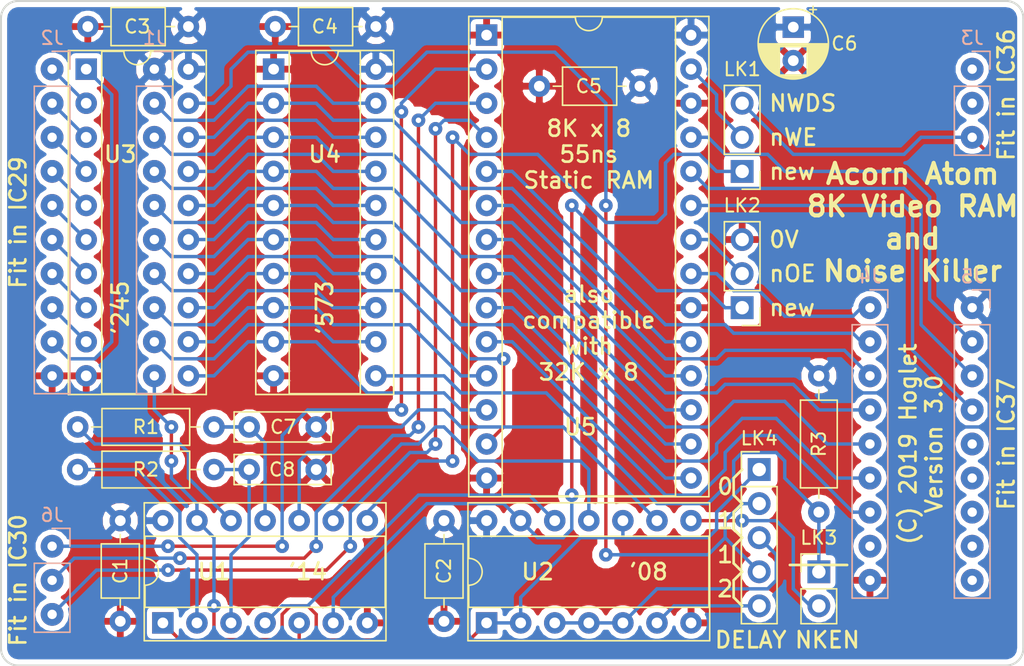
<source format=kicad_pcb>
(kicad_pcb (version 20171130) (host pcbnew 5.0.2-bee76a0~70~ubuntu16.04.1)
  (layers (0 F.Cu signal) (31 B.Cu signal) (34 B.Paste user) (35 F.Paste user) (36 B.SilkS user) (37 F.SilkS user) (38 B.Mask user) (39 F.Mask user) (44 Edge.Cuts user))
  (net 0 "")
  (net 1 GND)
  (net 2 VCC)
  (net 3 /LOAD)
  (net 4 /A12)
  (net 5 /A7)
  (net 6 /A6)
  (net 7 /A5)
  (net 8 /A4)
  (net 9 /A3)
  (net 10 /A2)
  (net 11 /A1)
  (net 12 /A0)
  (net 13 /RD0)
  (net 14 /RD1)
  (net 15 /RD2)
  (net 16 /RD3)
  (net 17 /RD4)
  (net 18 /RD5)
  (net 19 /RD6)
  (net 20 /RD7)
  (net 21 /A10)
  (net 22 /A11)
  (net 23 /A9)
  (net 24 /A8)
  (net 25 /NWE)
  (net 26 /VD7)
  (net 27 /VD6)
  (net 28 /VD5)
  (net 29 /VD4)
  (net 30 /VD3)
  (net 31 /VD2)
  (net 32 /VD1)
  (net 33 /VD0)
  (net 34 /NVDG)
  (net 35 /PD7)
  (net 36 /PD6)
  (net 37 /PD5)
  (net 38 /PD4)
  (net 39 /PD3)
  (net 40 /PD2)
  (net 41 /PD1)
  (net 42 /PD0)
  (net 43 /NDRS)
  (net 44 "Net-(U1-Pad4)")
  (net 45 "Net-(J3-Pad2)")
  (net 46 "Net-(J5-Pad5)")
  (net 47 "Net-(J5-Pad6)")
  (net 48 "Net-(J5-Pad7)")
  (net 49 "Net-(J5-Pad8)")
  (net 50 "Net-(J4-Pad8)")
  (net 51 "Net-(C7-Pad1)")
  (net 52 "Net-(J5-Pad9)")
  (net 53 "Net-(J3-Pad1)")
  (net 54 "Net-(C8-Pad1)")
  (net 55 "Net-(R1-Pad1)")
  (net 56 /RAMNWE)
  (net 57 /RAMNOE)
  (net 58 "Net-(U1-Pad10)")
  (net 59 "Net-(R2-Pad1)")
  (net 60 "Net-(LK1-Pad1)")
  (net 61 "Net-(LK2-Pad1)")
  (net 62 "Net-(LK3-Pad2)")
  (net 63 "Net-(U1-Pad9)")
  (net 64 "Net-(LK4-Pad2)")
  (net 65 "Net-(LK4-Pad3)")
  (net 66 "Net-(LK4-Pad5)")
  (module Connector_PinHeader_2.54mm:PinHeader_1x05_P2.54mm_Vertical (layer F.Cu) (at 205.74 140.335)
    (fp_text reference LK4 (at 0 -2.33) (layer F.SilkS))
    (fp_text value Conn_01x05)
    (pad 1 thru_hole rect (at 0 0) (size 1.7 1.7) (drill 1) (layers *.Cu *.Mask) (net 34 /NVDG))
    (pad 2 thru_hole oval (at 0 2.54) (size 1.7 1.7) (drill 1) (layers *.Cu *.Mask) (net 64 "Net-(LK4-Pad2)"))
    (pad 3 thru_hole oval (at 0 5.08) (size 1.7 1.7) (drill 1) (layers *.Cu *.Mask) (net 65 "Net-(LK4-Pad3)"))
    (pad 4 thru_hole oval (at 0 7.62) (size 1.7 1.7) (drill 1) (layers *.Cu *.Mask) (net 64 "Net-(LK4-Pad2)"))
    (pad 5 thru_hole oval (at 0 10.16) (size 1.7 1.7) (drill 1) (layers *.Cu *.Mask) (net 66 "Net-(LK4-Pad5)"))
  )
  (module Package_DIP:DIP-14_W7.62mm_Socket (layer F.Cu) (at 185.42 151.765 90)
    (fp_text reference U2 (at 3.81 3.81 180) (layer F.SilkS) (effects (font (size 1.2 1.2) (thickness 0.2))))
    (fp_text value 74HCT08)
    (pad 14 thru_hole oval (at 7.62 0 90) (size 1.6 1.6) (drill 0.8) (layers *.Cu *.Mask) (net 2 VCC))
    (pad 7 thru_hole oval (at 0 15.24 90) (size 1.6 1.6) (drill 0.8) (layers *.Cu *.Mask) (net 1 GND))
    (pad 13 thru_hole oval (at 7.62 2.54 90) (size 1.6 1.6) (drill 0.8) (layers *.Cu *.Mask) (net 61 "Net-(LK2-Pad1)"))
    (pad 6 thru_hole oval (at 0 12.7 90) (size 1.6 1.6) (drill 0.8) (layers *.Cu *.Mask) (net 66 "Net-(LK4-Pad5)"))
    (pad 12 thru_hole oval (at 7.62 5.08 90) (size 1.6 1.6) (drill 0.8) (layers *.Cu *.Mask) (net 44 "Net-(U1-Pad4)"))
    (pad 5 thru_hole oval (at 0 10.16 90) (size 1.6 1.6) (drill 0.8) (layers *.Cu *.Mask) (net 65 "Net-(LK4-Pad3)"))
    (pad 11 thru_hole oval (at 7.62 7.62 90) (size 1.6 1.6) (drill 0.8) (layers *.Cu *.Mask) (net 63 "Net-(U1-Pad9)"))
    (pad 4 thru_hole oval (at 0 7.62 90) (size 1.6 1.6) (drill 0.8) (layers *.Cu *.Mask) (net 65 "Net-(LK4-Pad3)"))
    (pad 10 thru_hole oval (at 7.62 10.16 90) (size 1.6 1.6) (drill 0.8) (layers *.Cu *.Mask) (net 34 /NVDG))
    (pad 3 thru_hole oval (at 0 5.08 90) (size 1.6 1.6) (drill 0.8) (layers *.Cu *.Mask) (net 65 "Net-(LK4-Pad3)"))
    (pad 9 thru_hole oval (at 7.62 12.7 90) (size 1.6 1.6) (drill 0.8) (layers *.Cu *.Mask) (net 58 "Net-(U1-Pad10)"))
    (pad 2 thru_hole oval (at 0 2.54 90) (size 1.6 1.6) (drill 0.8) (layers *.Cu *.Mask) (net 34 /NVDG))
    (pad 8 thru_hole oval (at 7.62 15.24 90) (size 1.6 1.6) (drill 0.8) (layers *.Cu *.Mask) (net 62 "Net-(LK3-Pad2)"))
    (pad 1 thru_hole rect (at 0 0 90) (size 1.6 1.6) (drill 0.8) (layers *.Cu *.Mask) (net 34 /NVDG))
  )
  (module Connector_PinHeader_2.54mm:PinHeader_1x02_P2.54mm_Vertical (layer F.Cu) (at 210.185 147.955)
    (fp_text reference LK3 (at 0 -2.54) (layer F.SilkS))
    (fp_text value Conn_01x02)
    (pad 1 thru_hole rect (at 0 0) (size 1.7 1.7) (drill 1) (layers *.Cu *.Mask) (net 3 /LOAD))
    (pad 2 thru_hole oval (at 0 2.54) (size 1.7 1.7) (drill 1) (layers *.Cu *.Mask) (net 62 "Net-(LK3-Pad2)"))
  )
  (module Connector_PinHeader_2.54mm:PinHeader_1x03_P2.54mm_Vertical (layer F.Cu) (at 204.47 128.27 180)
    (fp_text reference LK2 (at 0 7.62 180) (layer F.SilkS))
    (fp_text value Conn_01x03)
    (pad 3 thru_hole oval (at 0 5.08 180) (size 1.7 1.7) (drill 1) (layers *.Cu *.Mask) (net 1 GND))
    (pad 2 thru_hole oval (at 0 2.54 180) (size 1.7 1.7) (drill 1) (layers *.Cu *.Mask) (net 57 /RAMNOE))
    (pad 1 thru_hole rect (at 0 0 180) (size 1.7 1.7) (drill 1) (layers *.Cu *.Mask) (net 61 "Net-(LK2-Pad1)"))
  )
  (module Connector_PinHeader_2.54mm:PinHeader_1x03_P2.54mm_Vertical (layer F.Cu) (at 204.47 118.11 180)
    (fp_text reference LK1 (at 0 7.62 180) (layer F.SilkS))
    (fp_text value Conn_01x03)
    (pad 1 thru_hole rect (at 0 0 180) (size 1.7 1.7) (drill 1) (layers *.Cu *.Mask) (net 60 "Net-(LK1-Pad1)"))
    (pad 2 thru_hole oval (at 0 2.54 180) (size 1.7 1.7) (drill 1) (layers *.Cu *.Mask) (net 56 /RAMNWE))
    (pad 3 thru_hole oval (at 0 5.08 180) (size 1.7 1.7) (drill 1) (layers *.Cu *.Mask) (net 25 /NWE))
  )
  (module Capacitor_THT:C_Axial_L3.8mm_D2.6mm_P7.50mm_Horizontal (layer F.Cu) (at 182.245 144.145 270)
    (fp_text reference C2 (at 3.75 0 270) (layer F.SilkS))
    (fp_text value 100n)
    (pad 2 thru_hole oval (at 7.5 0 270) (size 1.6 1.6) (drill 0.8) (layers *.Cu *.Mask) (net 1 GND))
    (pad 1 thru_hole circle (at 0 0 270) (size 1.6 1.6) (drill 0.8) (layers *.Cu *.Mask) (net 2 VCC))
  )
  (module Package_DIP:DIP-14_W7.62mm_Socket (layer F.Cu) (at 161.29 151.765 90)
    (fp_text reference U1 (at 3.81 3.81 180) (layer F.SilkS) (effects (font (size 1.2 1.2) (thickness 0.2))))
    (fp_text value 74HCT14)
    (pad 1 thru_hole rect (at 0 0 90) (size 1.6 1.6) (drill 0.8) (layers *.Cu *.Mask) (net 25 /NWE))
    (pad 8 thru_hole oval (at 7.62 15.24 90) (size 1.6 1.6) (drill 0.8) (layers *.Cu *.Mask) (net 60 "Net-(LK1-Pad1)"))
    (pad 2 thru_hole oval (at 0 2.54 90) (size 1.6 1.6) (drill 0.8) (layers *.Cu *.Mask) (net 59 "Net-(R2-Pad1)"))
    (pad 9 thru_hole oval (at 7.62 12.7 90) (size 1.6 1.6) (drill 0.8) (layers *.Cu *.Mask) (net 63 "Net-(U1-Pad9)"))
    (pad 3 thru_hole oval (at 0 5.08 90) (size 1.6 1.6) (drill 0.8) (layers *.Cu *.Mask) (net 54 "Net-(C8-Pad1)"))
    (pad 10 thru_hole oval (at 7.62 10.16 90) (size 1.6 1.6) (drill 0.8) (layers *.Cu *.Mask) (net 58 "Net-(U1-Pad10)"))
    (pad 4 thru_hole oval (at 0 7.62 90) (size 1.6 1.6) (drill 0.8) (layers *.Cu *.Mask) (net 44 "Net-(U1-Pad4)"))
    (pad 11 thru_hole oval (at 7.62 7.62 90) (size 1.6 1.6) (drill 0.8) (layers *.Cu *.Mask) (net 51 "Net-(C7-Pad1)"))
    (pad 5 thru_hole oval (at 0 10.16 90) (size 1.6 1.6) (drill 0.8) (layers *.Cu *.Mask) (net 25 /NWE))
    (pad 12 thru_hole oval (at 7.62 5.08 90) (size 1.6 1.6) (drill 0.8) (layers *.Cu *.Mask) (net 55 "Net-(R1-Pad1)"))
    (pad 6 thru_hole oval (at 0 12.7 90) (size 1.6 1.6) (drill 0.8) (layers *.Cu *.Mask) (net 61 "Net-(LK2-Pad1)"))
    (pad 13 thru_hole oval (at 7.62 2.54 90) (size 1.6 1.6) (drill 0.8) (layers *.Cu *.Mask) (net 34 /NVDG))
    (pad 7 thru_hole oval (at 0 15.24 90) (size 1.6 1.6) (drill 0.8) (layers *.Cu *.Mask) (net 1 GND))
    (pad 14 thru_hole oval (at 7.62 0 90) (size 1.6 1.6) (drill 0.8) (layers *.Cu *.Mask) (net 2 VCC))
  )
  (module Capacitor_THT:C_Rect_L7.0mm_W2.0mm_P5.00mm (layer F.Cu) (at 167.72 140.335)
    (fp_text reference C8 (at 2.46 0) (layer F.SilkS))
    (fp_text value 100p)
    (pad 1 thru_hole circle (at 0 0) (size 1.6 1.6) (drill 0.8) (layers *.Cu *.Mask) (net 54 "Net-(C8-Pad1)"))
    (pad 2 thru_hole circle (at 5 0) (size 1.6 1.6) (drill 0.8) (layers *.Cu *.Mask) (net 1 GND))
  )
  (module footprints:FinePinHeader_1x03_P2.54mm_Vertical (layer B.Cu) (at 221.615 110.49 180)
    (fp_text reference J3 (at 0 2.33 180) (layer B.SilkS) (effects (justify mirror)))
    (fp_text value Conn_01x03)
    (pad 3 thru_hole oval (at 0 -5.08 180) (size 1.7 1.7) (drill 0.7) (layers *.Cu *.Mask) (net 25 /NWE))
    (pad 2 thru_hole oval (at 0 -2.54 180) (size 1.7 1.7) (drill 0.7) (layers *.Cu *.Mask) (net 45 "Net-(J3-Pad2)"))
    (pad 1 thru_hole circle (at 0 0 180) (size 1.7 1.7) (drill 0.7) (layers *.Cu *.Mask) (net 53 "Net-(J3-Pad1)"))
  )
  (module Capacitor_THT:C_Axial_L3.8mm_D2.6mm_P7.50mm_Horizontal (layer F.Cu) (at 158.115 144.145 270)
    (fp_text reference C1 (at 3.75 0 270) (layer F.SilkS))
    (fp_text value 100n)
    (pad 2 thru_hole oval (at 7.5 0 270) (size 1.6 1.6) (drill 0.8) (layers *.Cu *.Mask) (net 1 GND))
    (pad 1 thru_hole circle (at 0 0 270) (size 1.6 1.6) (drill 0.8) (layers *.Cu *.Mask) (net 2 VCC))
  )
  (module Capacitor_THT:C_Axial_L3.8mm_D2.6mm_P7.50mm_Horizontal (layer F.Cu) (at 163.195 107.315 180)
    (fp_text reference C3 (at 3.81 0 180) (layer F.SilkS))
    (fp_text value 100n)
    (pad 2 thru_hole oval (at 7.5 0 180) (size 1.6 1.6) (drill 0.8) (layers *.Cu *.Mask) (net 1 GND))
    (pad 1 thru_hole circle (at 0 0 180) (size 1.6 1.6) (drill 0.8) (layers *.Cu *.Mask) (net 2 VCC))
  )
  (module Capacitor_THT:C_Axial_L3.8mm_D2.6mm_P7.50mm_Horizontal (layer F.Cu) (at 177.165 107.315 180)
    (fp_text reference C4 (at 3.81 0 180) (layer F.SilkS))
    (fp_text value 100n)
    (pad 2 thru_hole oval (at 7.5 0 180) (size 1.6 1.6) (drill 0.8) (layers *.Cu *.Mask) (net 1 GND))
    (pad 1 thru_hole circle (at 0 0 180) (size 1.6 1.6) (drill 0.8) (layers *.Cu *.Mask) (net 2 VCC))
  )
  (module Capacitor_THT:C_Axial_L3.8mm_D2.6mm_P7.50mm_Horizontal (layer F.Cu) (at 196.85 111.76 180)
    (fp_text reference C5 (at 3.81 0 180) (layer F.SilkS))
    (fp_text value 100n)
    (pad 2 thru_hole oval (at 7.5 0 180) (size 1.6 1.6) (drill 0.8) (layers *.Cu *.Mask) (net 1 GND))
    (pad 1 thru_hole circle (at 0 0 180) (size 1.6 1.6) (drill 0.8) (layers *.Cu *.Mask) (net 2 VCC))
  )
  (module Package_DIP:DIP-28_W15.24mm_Socket (layer F.Cu) (at 185.42 107.95)
    (fp_text reference U5 (at 6.985 29.21) (layer F.SilkS) (effects (font (size 1.2 1.2) (thickness 0.2))))
    (fp_text value "8Kx8 SRAM")
    (pad 28 thru_hole oval (at 15.24 0) (size 1.6 1.6) (drill 0.8) (layers *.Cu *.Mask) (net 2 VCC))
    (pad 14 thru_hole oval (at 0 33.02) (size 1.6 1.6) (drill 0.8) (layers *.Cu *.Mask) (net 1 GND))
    (pad 27 thru_hole oval (at 15.24 2.54) (size 1.6 1.6) (drill 0.8) (layers *.Cu *.Mask) (net 56 /RAMNWE))
    (pad 13 thru_hole oval (at 0 30.48) (size 1.6 1.6) (drill 0.8) (layers *.Cu *.Mask) (net 18 /RD5))
    (pad 26 thru_hole oval (at 15.24 5.08) (size 1.6 1.6) (drill 0.8) (layers *.Cu *.Mask) (net 1 GND))
    (pad 12 thru_hole oval (at 0 27.94) (size 1.6 1.6) (drill 0.8) (layers *.Cu *.Mask) (net 20 /RD7))
    (pad 25 thru_hole oval (at 15.24 7.62) (size 1.6 1.6) (drill 0.8) (layers *.Cu *.Mask) (net 5 /A7))
    (pad 11 thru_hole oval (at 0 25.4) (size 1.6 1.6) (drill 0.8) (layers *.Cu *.Mask) (net 19 /RD6))
    (pad 24 thru_hole oval (at 15.24 10.16) (size 1.6 1.6) (drill 0.8) (layers *.Cu *.Mask) (net 24 /A8))
    (pad 10 thru_hole oval (at 0 22.86) (size 1.6 1.6) (drill 0.8) (layers *.Cu *.Mask) (net 10 /A2))
    (pad 23 thru_hole oval (at 15.24 12.7) (size 1.6 1.6) (drill 0.8) (layers *.Cu *.Mask) (net 23 /A9))
    (pad 9 thru_hole oval (at 0 20.32) (size 1.6 1.6) (drill 0.8) (layers *.Cu *.Mask) (net 11 /A1))
    (pad 22 thru_hole oval (at 15.24 15.24) (size 1.6 1.6) (drill 0.8) (layers *.Cu *.Mask) (net 57 /RAMNOE))
    (pad 8 thru_hole oval (at 0 17.78) (size 1.6 1.6) (drill 0.8) (layers *.Cu *.Mask) (net 12 /A0))
    (pad 21 thru_hole oval (at 15.24 17.78) (size 1.6 1.6) (drill 0.8) (layers *.Cu *.Mask) (net 6 /A6))
    (pad 7 thru_hole oval (at 0 15.24) (size 1.6 1.6) (drill 0.8) (layers *.Cu *.Mask) (net 9 /A3))
    (pad 20 thru_hole oval (at 15.24 20.32) (size 1.6 1.6) (drill 0.8) (layers *.Cu *.Mask) (net 1 GND))
    (pad 6 thru_hole oval (at 0 12.7) (size 1.6 1.6) (drill 0.8) (layers *.Cu *.Mask) (net 8 /A4))
    (pad 19 thru_hole oval (at 15.24 22.86) (size 1.6 1.6) (drill 0.8) (layers *.Cu *.Mask) (net 13 /RD0))
    (pad 5 thru_hole oval (at 0 10.16) (size 1.6 1.6) (drill 0.8) (layers *.Cu *.Mask) (net 7 /A5))
    (pad 18 thru_hole oval (at 15.24 25.4) (size 1.6 1.6) (drill 0.8) (layers *.Cu *.Mask) (net 14 /RD1))
    (pad 4 thru_hole oval (at 0 7.62) (size 1.6 1.6) (drill 0.8) (layers *.Cu *.Mask) (net 4 /A12))
    (pad 17 thru_hole oval (at 15.24 27.94) (size 1.6 1.6) (drill 0.8) (layers *.Cu *.Mask) (net 15 /RD2))
    (pad 3 thru_hole oval (at 0 5.08) (size 1.6 1.6) (drill 0.8) (layers *.Cu *.Mask) (net 22 /A11))
    (pad 16 thru_hole oval (at 15.24 30.48) (size 1.6 1.6) (drill 0.8) (layers *.Cu *.Mask) (net 16 /RD3))
    (pad 2 thru_hole oval (at 0 2.54) (size 1.6 1.6) (drill 0.8) (layers *.Cu *.Mask) (net 21 /A10))
    (pad 15 thru_hole oval (at 15.24 33.02) (size 1.6 1.6) (drill 0.8) (layers *.Cu *.Mask) (net 17 /RD4))
    (pad 1 thru_hole rect (at 0 0) (size 1.6 1.6) (drill 0.8) (layers *.Cu *.Mask) (net 1 GND))
  )
  (module footprints:FinePinHeader_1x10_P2.54mm_Vertical (layer B.Cu) (at 160.655 110.49 180)
    (fp_text reference J1 (at 0 2.33 180) (layer B.SilkS) (effects (justify mirror)))
    (fp_text value Conn_01x10)
    (pad 10 thru_hole oval (at 0 -22.86 180) (size 1.7 1.7) (drill 0.7) (layers *.Cu *.Mask) (net 34 /NVDG))
    (pad 9 thru_hole oval (at 0 -20.32 180) (size 1.7 1.7) (drill 0.7) (layers *.Cu *.Mask) (net 26 /VD7))
    (pad 8 thru_hole oval (at 0 -17.78 180) (size 1.7 1.7) (drill 0.7) (layers *.Cu *.Mask) (net 27 /VD6))
    (pad 7 thru_hole oval (at 0 -15.24 180) (size 1.7 1.7) (drill 0.7) (layers *.Cu *.Mask) (net 28 /VD5))
    (pad 6 thru_hole oval (at 0 -12.7 180) (size 1.7 1.7) (drill 0.7) (layers *.Cu *.Mask) (net 29 /VD4))
    (pad 5 thru_hole oval (at 0 -10.16 180) (size 1.7 1.7) (drill 0.7) (layers *.Cu *.Mask) (net 30 /VD3))
    (pad 4 thru_hole oval (at 0 -7.62 180) (size 1.7 1.7) (drill 0.7) (layers *.Cu *.Mask) (net 31 /VD2))
    (pad 3 thru_hole oval (at 0 -5.08 180) (size 1.7 1.7) (drill 0.7) (layers *.Cu *.Mask) (net 32 /VD1))
    (pad 2 thru_hole oval (at 0 -2.54 180) (size 1.7 1.7) (drill 0.7) (layers *.Cu *.Mask) (net 33 /VD0))
    (pad 1 thru_hole circle (at 0 0 180) (size 1.7 1.7) (drill 0.7) (layers *.Cu *.Mask) (net 2 VCC))
  )
  (module footprints:FinePinHeader_1x03_P2.54mm_Vertical (layer B.Cu) (at 153.035 146.05 180)
    (fp_text reference J6 (at 0 2.33 180) (layer B.SilkS) (effects (justify mirror)))
    (fp_text value Conn_01x03)
    (pad 3 thru_hole oval (at 0 -5.08 180) (size 1.7 1.7) (drill 0.7) (layers *.Cu *.Mask) (net 4 /A12))
    (pad 2 thru_hole oval (at 0 -2.54 180) (size 1.7 1.7) (drill 0.7) (layers *.Cu *.Mask) (net 22 /A11))
    (pad 1 thru_hole circle (at 0 0 180) (size 1.7 1.7) (drill 0.7) (layers *.Cu *.Mask) (net 21 /A10))
  )
  (module footprints:FinePinHeader_1x09_P2.54mm_Vertical (layer B.Cu) (at 213.995 128.27 180)
    (fp_text reference J4 (at 0 2.33 180) (layer B.SilkS) (effects (justify mirror)))
    (fp_text value Conn_01x09)
    (pad 9 thru_hole oval (at 0 -20.32 180) (size 1.7 1.7) (drill 0.7) (layers *.Cu *.Mask) (net 1 GND))
    (pad 8 thru_hole oval (at 0 -17.78 180) (size 1.7 1.7) (drill 0.7) (layers *.Cu *.Mask) (net 50 "Net-(J4-Pad8)"))
    (pad 7 thru_hole oval (at 0 -15.24 180) (size 1.7 1.7) (drill 0.7) (layers *.Cu *.Mask) (net 10 /A2))
    (pad 6 thru_hole oval (at 0 -12.7 180) (size 1.7 1.7) (drill 0.7) (layers *.Cu *.Mask) (net 11 /A1))
    (pad 5 thru_hole oval (at 0 -10.16 180) (size 1.7 1.7) (drill 0.7) (layers *.Cu *.Mask) (net 12 /A0))
    (pad 4 thru_hole oval (at 0 -7.62 180) (size 1.7 1.7) (drill 0.7) (layers *.Cu *.Mask) (net 9 /A3))
    (pad 3 thru_hole oval (at 0 -5.08 180) (size 1.7 1.7) (drill 0.7) (layers *.Cu *.Mask) (net 8 /A4))
    (pad 2 thru_hole oval (at 0 -2.54 180) (size 1.7 1.7) (drill 0.7) (layers *.Cu *.Mask) (net 7 /A5))
    (pad 1 thru_hole circle (at 0 0 180) (size 1.7 1.7) (drill 0.7) (layers *.Cu *.Mask) (net 6 /A6))
  )
  (module footprints:FinePinHeader_1x09_P2.54mm_Vertical (layer B.Cu) (at 221.615 128.27 180)
    (fp_text reference J5 (at 0 2.33 180) (layer B.SilkS) (effects (justify mirror)))
    (fp_text value Conn_01x09)
    (pad 9 thru_hole oval (at 0 -20.32 180) (size 1.7 1.7) (drill 0.7) (layers *.Cu *.Mask) (net 52 "Net-(J5-Pad9)"))
    (pad 8 thru_hole oval (at 0 -17.78 180) (size 1.7 1.7) (drill 0.7) (layers *.Cu *.Mask) (net 49 "Net-(J5-Pad8)"))
    (pad 7 thru_hole oval (at 0 -15.24 180) (size 1.7 1.7) (drill 0.7) (layers *.Cu *.Mask) (net 48 "Net-(J5-Pad7)"))
    (pad 6 thru_hole oval (at 0 -12.7 180) (size 1.7 1.7) (drill 0.7) (layers *.Cu *.Mask) (net 47 "Net-(J5-Pad6)"))
    (pad 5 thru_hole oval (at 0 -10.16 180) (size 1.7 1.7) (drill 0.7) (layers *.Cu *.Mask) (net 46 "Net-(J5-Pad5)"))
    (pad 4 thru_hole oval (at 0 -7.62 180) (size 1.7 1.7) (drill 0.7) (layers *.Cu *.Mask) (net 23 /A9))
    (pad 3 thru_hole oval (at 0 -5.08 180) (size 1.7 1.7) (drill 0.7) (layers *.Cu *.Mask) (net 24 /A8))
    (pad 2 thru_hole oval (at 0 -2.54 180) (size 1.7 1.7) (drill 0.7) (layers *.Cu *.Mask) (net 5 /A7))
    (pad 1 thru_hole circle (at 0 0 180) (size 1.7 1.7) (drill 0.7) (layers *.Cu *.Mask) (net 2 VCC))
  )
  (module footprints:FinePinHeader_1x10_P2.54mm_Vertical (layer B.Cu) (at 153.035 110.49 180)
    (fp_text reference J2 (at 0 2.33 180) (layer B.SilkS) (effects (justify mirror)))
    (fp_text value Conn_01x10)
    (pad 10 thru_hole oval (at 0 -22.86 180) (size 1.7 1.7) (drill 0.7) (layers *.Cu *.Mask) (net 1 GND))
    (pad 9 thru_hole oval (at 0 -20.32 180) (size 1.7 1.7) (drill 0.7) (layers *.Cu *.Mask) (net 43 /NDRS))
    (pad 8 thru_hole oval (at 0 -17.78 180) (size 1.7 1.7) (drill 0.7) (layers *.Cu *.Mask) (net 35 /PD7))
    (pad 7 thru_hole oval (at 0 -15.24 180) (size 1.7 1.7) (drill 0.7) (layers *.Cu *.Mask) (net 36 /PD6))
    (pad 6 thru_hole oval (at 0 -12.7 180) (size 1.7 1.7) (drill 0.7) (layers *.Cu *.Mask) (net 37 /PD5))
    (pad 5 thru_hole oval (at 0 -10.16 180) (size 1.7 1.7) (drill 0.7) (layers *.Cu *.Mask) (net 38 /PD4))
    (pad 4 thru_hole oval (at 0 -7.62 180) (size 1.7 1.7) (drill 0.7) (layers *.Cu *.Mask) (net 39 /PD3))
    (pad 3 thru_hole oval (at 0 -5.08 180) (size 1.7 1.7) (drill 0.7) (layers *.Cu *.Mask) (net 40 /PD2))
    (pad 2 thru_hole oval (at 0 -2.54 180) (size 1.7 1.7) (drill 0.7) (layers *.Cu *.Mask) (net 41 /PD1))
    (pad 1 thru_hole circle (at 0 0 180) (size 1.7 1.7) (drill 0.7) (layers *.Cu *.Mask) (net 42 /PD0))
  )
  (module Capacitor_THT:CP_Radial_D5.0mm_P2.50mm (layer F.Cu) (at 208.28 107.355 270)
    (fp_text reference C6 (at 1.23 -3.81) (layer F.SilkS))
    (fp_text value 10u)
    (pad 2 thru_hole circle (at 2.5 0 270) (size 1.6 1.6) (drill 0.8) (layers *.Cu *.Mask) (net 1 GND))
    (pad 1 thru_hole rect (at 0 0 270) (size 1.6 1.6) (drill 0.8) (layers *.Cu *.Mask) (net 2 VCC))
  )
  (module Capacitor_THT:C_Rect_L7.0mm_W2.0mm_P5.00mm (layer F.Cu) (at 167.72 137.16)
    (fp_text reference C7 (at 2.54 0) (layer F.SilkS))
    (fp_text value 100p)
    (pad 2 thru_hole circle (at 5 0) (size 1.6 1.6) (drill 0.8) (layers *.Cu *.Mask) (net 1 GND))
    (pad 1 thru_hole circle (at 0 0) (size 1.6 1.6) (drill 0.8) (layers *.Cu *.Mask) (net 51 "Net-(C7-Pad1)"))
  )
  (module Package_DIP:DIP-20_W7.62mm_Socket (layer F.Cu) (at 155.575 110.49)
    (fp_text reference U3 (at 2.54 6.35) (layer F.SilkS) (effects (font (size 1.2 1.2) (thickness 0.2))))
    (fp_text value 74HCT245)
    (pad 20 thru_hole oval (at 7.62 0) (size 1.6 1.6) (drill 0.8) (layers *.Cu *.Mask) (net 2 VCC))
    (pad 10 thru_hole oval (at 0 22.86) (size 1.6 1.6) (drill 0.8) (layers *.Cu *.Mask) (net 1 GND))
    (pad 19 thru_hole oval (at 7.62 2.54) (size 1.6 1.6) (drill 0.8) (layers *.Cu *.Mask) (net 64 "Net-(LK4-Pad2)"))
    (pad 9 thru_hole oval (at 0 20.32) (size 1.6 1.6) (drill 0.8) (layers *.Cu *.Mask) (net 35 /PD7))
    (pad 18 thru_hole oval (at 7.62 5.08) (size 1.6 1.6) (drill 0.8) (layers *.Cu *.Mask) (net 13 /RD0))
    (pad 8 thru_hole oval (at 0 17.78) (size 1.6 1.6) (drill 0.8) (layers *.Cu *.Mask) (net 36 /PD6))
    (pad 17 thru_hole oval (at 7.62 7.62) (size 1.6 1.6) (drill 0.8) (layers *.Cu *.Mask) (net 14 /RD1))
    (pad 7 thru_hole oval (at 0 15.24) (size 1.6 1.6) (drill 0.8) (layers *.Cu *.Mask) (net 37 /PD5))
    (pad 16 thru_hole oval (at 7.62 10.16) (size 1.6 1.6) (drill 0.8) (layers *.Cu *.Mask) (net 15 /RD2))
    (pad 6 thru_hole oval (at 0 12.7) (size 1.6 1.6) (drill 0.8) (layers *.Cu *.Mask) (net 38 /PD4))
    (pad 15 thru_hole oval (at 7.62 12.7) (size 1.6 1.6) (drill 0.8) (layers *.Cu *.Mask) (net 16 /RD3))
    (pad 5 thru_hole oval (at 0 10.16) (size 1.6 1.6) (drill 0.8) (layers *.Cu *.Mask) (net 39 /PD3))
    (pad 14 thru_hole oval (at 7.62 15.24) (size 1.6 1.6) (drill 0.8) (layers *.Cu *.Mask) (net 17 /RD4))
    (pad 4 thru_hole oval (at 0 7.62) (size 1.6 1.6) (drill 0.8) (layers *.Cu *.Mask) (net 40 /PD2))
    (pad 13 thru_hole oval (at 7.62 17.78) (size 1.6 1.6) (drill 0.8) (layers *.Cu *.Mask) (net 18 /RD5))
    (pad 3 thru_hole oval (at 0 5.08) (size 1.6 1.6) (drill 0.8) (layers *.Cu *.Mask) (net 41 /PD1))
    (pad 12 thru_hole oval (at 7.62 20.32) (size 1.6 1.6) (drill 0.8) (layers *.Cu *.Mask) (net 19 /RD6))
    (pad 2 thru_hole oval (at 0 2.54) (size 1.6 1.6) (drill 0.8) (layers *.Cu *.Mask) (net 42 /PD0))
    (pad 11 thru_hole oval (at 7.62 22.86) (size 1.6 1.6) (drill 0.8) (layers *.Cu *.Mask) (net 20 /RD7))
    (pad 1 thru_hole rect (at 0 0) (size 1.6 1.6) (drill 0.8) (layers *.Cu *.Mask) (net 43 /NDRS))
  )
  (module Package_DIP:DIP-20_W7.62mm_Socket (layer F.Cu) (at 169.545 110.49)
    (fp_text reference U4 (at 3.81 6.35 180) (layer F.SilkS) (effects (font (size 1.2 1.2) (thickness 0.2))))
    (fp_text value 74HCT573)
    (pad 20 thru_hole oval (at 7.62 0) (size 1.6 1.6) (drill 0.8) (layers *.Cu *.Mask) (net 2 VCC))
    (pad 10 thru_hole oval (at 0 22.86) (size 1.6 1.6) (drill 0.8) (layers *.Cu *.Mask) (net 1 GND))
    (pad 19 thru_hole oval (at 7.62 2.54) (size 1.6 1.6) (drill 0.8) (layers *.Cu *.Mask) (net 33 /VD0))
    (pad 9 thru_hole oval (at 0 20.32) (size 1.6 1.6) (drill 0.8) (layers *.Cu *.Mask) (net 20 /RD7))
    (pad 18 thru_hole oval (at 7.62 5.08) (size 1.6 1.6) (drill 0.8) (layers *.Cu *.Mask) (net 32 /VD1))
    (pad 8 thru_hole oval (at 0 17.78) (size 1.6 1.6) (drill 0.8) (layers *.Cu *.Mask) (net 19 /RD6))
    (pad 17 thru_hole oval (at 7.62 7.62) (size 1.6 1.6) (drill 0.8) (layers *.Cu *.Mask) (net 31 /VD2))
    (pad 7 thru_hole oval (at 0 15.24) (size 1.6 1.6) (drill 0.8) (layers *.Cu *.Mask) (net 18 /RD5))
    (pad 16 thru_hole oval (at 7.62 10.16) (size 1.6 1.6) (drill 0.8) (layers *.Cu *.Mask) (net 30 /VD3))
    (pad 6 thru_hole oval (at 0 12.7) (size 1.6 1.6) (drill 0.8) (layers *.Cu *.Mask) (net 17 /RD4))
    (pad 15 thru_hole oval (at 7.62 12.7) (size 1.6 1.6) (drill 0.8) (layers *.Cu *.Mask) (net 29 /VD4))
    (pad 5 thru_hole oval (at 0 10.16) (size 1.6 1.6) (drill 0.8) (layers *.Cu *.Mask) (net 16 /RD3))
    (pad 14 thru_hole oval (at 7.62 15.24) (size 1.6 1.6) (drill 0.8) (layers *.Cu *.Mask) (net 28 /VD5))
    (pad 4 thru_hole oval (at 0 7.62) (size 1.6 1.6) (drill 0.8) (layers *.Cu *.Mask) (net 15 /RD2))
    (pad 13 thru_hole oval (at 7.62 17.78) (size 1.6 1.6) (drill 0.8) (layers *.Cu *.Mask) (net 27 /VD6))
    (pad 3 thru_hole oval (at 0 5.08) (size 1.6 1.6) (drill 0.8) (layers *.Cu *.Mask) (net 14 /RD1))
    (pad 12 thru_hole oval (at 7.62 20.32) (size 1.6 1.6) (drill 0.8) (layers *.Cu *.Mask) (net 26 /VD7))
    (pad 2 thru_hole oval (at 0 2.54) (size 1.6 1.6) (drill 0.8) (layers *.Cu *.Mask) (net 13 /RD0))
    (pad 11 thru_hole oval (at 7.62 22.86) (size 1.6 1.6) (drill 0.8) (layers *.Cu *.Mask) (net 3 /LOAD))
    (pad 1 thru_hole rect (at 0 0) (size 1.6 1.6) (drill 0.8) (layers *.Cu *.Mask) (net 1 GND))
  )
  (module Resistor_THT:R_Axial_DIN0207_L6.3mm_D2.5mm_P10.16mm_Horizontal (layer F.Cu) (at 210.185 133.35 270)
    (fp_text reference R3 (at 5.08 0 270) (layer F.SilkS))
    (fp_text value 10K)
    (pad 2 thru_hole oval (at 10.16 0 270) (size 1.6 1.6) (drill 0.8) (layers *.Cu *.Mask) (net 3 /LOAD))
    (pad 1 thru_hole circle (at 0 0 270) (size 1.6 1.6) (drill 0.8) (layers *.Cu *.Mask) (net 2 VCC))
  )
  (module Resistor_THT:R_Axial_DIN0207_L6.3mm_D2.5mm_P10.16mm_Horizontal (layer F.Cu) (at 154.94 137.16)
    (fp_text reference R1 (at 5.08 0) (layer F.SilkS))
    (fp_text value 220R)
    (pad 2 thru_hole oval (at 10.16 0) (size 1.6 1.6) (drill 0.8) (layers *.Cu *.Mask) (net 51 "Net-(C7-Pad1)"))
    (pad 1 thru_hole circle (at 0 0) (size 1.6 1.6) (drill 0.8) (layers *.Cu *.Mask) (net 55 "Net-(R1-Pad1)"))
  )
  (module Resistor_THT:R_Axial_DIN0207_L6.3mm_D2.5mm_P10.16mm_Horizontal (layer F.Cu) (at 154.94 140.335)
    (fp_text reference R2 (at 5.08 0) (layer F.SilkS))
    (fp_text value 220R)
    (pad 2 thru_hole oval (at 10.16 0) (size 1.6 1.6) (drill 0.8) (layers *.Cu *.Mask) (net 54 "Net-(C8-Pad1)"))
    (pad 1 thru_hole circle (at 0 0) (size 1.6 1.6) (drill 0.8) (layers *.Cu *.Mask) (net 59 "Net-(R2-Pad1)"))
  )
  (gr_line (start 203.835 149.86) (end 204.47 150.495) (layer F.SilkS) (width 0.2))
  (gr_line (start 203.835 148.59) (end 203.835 149.86) (layer F.SilkS) (width 0.2))
  (gr_line (start 204.47 147.955) (end 203.835 148.59) (layer F.SilkS) (width 0.2))
  (gr_line (start 203.835 147.32) (end 204.47 147.955) (layer F.SilkS) (width 0.2))
  (gr_line (start 203.835 146.05) (end 203.835 147.32) (layer F.SilkS) (width 0.2))
  (gr_line (start 204.47 145.415) (end 203.835 146.05) (layer F.SilkS) (width 0.2))
  (gr_line (start 203.835 144.78) (end 204.47 145.415) (layer F.SilkS) (width 0.2))
  (gr_line (start 203.835 143.51) (end 203.835 144.78) (layer F.SilkS) (width 0.2))
  (gr_line (start 204.47 142.875) (end 203.835 143.51) (layer F.SilkS) (width 0.2))
  (gr_line (start 203.835 142.24) (end 204.47 142.875) (layer F.SilkS) (width 0.2))
  (gr_line (start 203.835 140.97) (end 203.835 142.24) (layer F.SilkS) (width 0.2))
  (gr_line (start 204.47 140.335) (end 203.835 140.97) (layer F.SilkS) (width 0.2))
  (gr_text '08 (at 197.485 147.955) (layer F.SilkS) (effects (font (size 1.2 1.2) (thickness 0.2))))
  (gr_text 2 (at 203.2 149.225) (layer F.SilkS) (effects (font (size 1.2 1.2) (thickness 0.2))))
  (gr_text 0 (at 203.2 141.605) (layer F.SilkS) (effects (font (size 1.2 1.2) (thickness 0.2))))
  (gr_text 1 (at 203.2 144.145) (layer F.SilkS) (effects (font (size 1.2 1.2) (thickness 0.2))))
  (gr_text 1 (at 203.2 146.685) (layer F.SilkS) (effects (font (size 1.2 1.2) (thickness 0.2))))
  (gr_text DELAY (at 205.105 153.035) (layer F.SilkS) (effects (font (size 1.2 1.2) (thickness 0.2))))
  (gr_text "(C) 2019 Hoglet\nVersion 3.0" (at 217.805 138.43 90) (layer F.SilkS) (effects (font (size 1.2 1.2) (thickness 0.2))))
  (gr_text "also\ncompatible\nwith\n32K x 8" (at 193.04 130.175) (layer F.SilkS) (effects (font (size 1.2 1.2) (thickness 0.2))))
  (gr_text new (at 206.375 118.11) (layer F.SilkS) (effects (font (size 1.2 1.2) (thickness 0.2)) (justify left)))
  (gr_text new (at 206.375 128.27) (layer F.SilkS) (effects (font (size 1.2 1.2) (thickness 0.2)) (justify left)))
  (gr_text 0V (at 206.375 123.19) (layer F.SilkS) (effects (font (size 1.2 1.2) (thickness 0.2)) (justify left)))
  (gr_text NWDS (at 206.375 113.03) (layer F.SilkS) (effects (font (size 1.2 1.2) (thickness 0.2)) (justify left)))
  (gr_text nOE (at 206.375 125.73) (layer F.SilkS) (effects (font (size 1.2 1.2) (thickness 0.2)) (justify left)))
  (gr_text nWE (at 206.375 115.57) (layer F.SilkS) (effects (font (size 1.2 1.2) (thickness 0.2)) (justify left)))
  (gr_text "8K x 8\n55ns\nStatic RAM" (at 193.04 116.84) (layer F.SilkS) (effects (font (size 1.2 1.2) (thickness 0.2))))
  (gr_line (start 208.026 147.447) (end 212.2932 147.447) (layer F.SilkS) (width 0.2))
  (gr_text '14 (at 172.085 147.955) (layer F.SilkS) (effects (font (size 1.2 1.2) (thickness 0.2))))
  (gr_text '573 (at 173.355 128.27 90) (layer F.SilkS) (effects (font (size 1.2 1.2) (thickness 0.2))))
  (gr_text '245 (at 158.115 128.27 90) (layer F.SilkS) (effects (font (size 1.2 1.2) (thickness 0.2))))
  (gr_text "Fit in IC37" (at 224.155 138.43 90) (layer F.SilkS) (effects (font (size 1.2 1.2) (thickness 0.2))))
  (gr_text "Fit in IC36" (at 224.155 112.395 90) (layer F.SilkS) (effects (font (size 1.2 1.2) (thickness 0.2))))
  (gr_text NKEN (at 210.82 153.035) (layer F.SilkS) (effects (font (size 1.2 1.2) (thickness 0.2))))
  (gr_text "Fit in IC30" (at 150.495 148.59 90) (layer F.SilkS) (effects (font (size 1.2 1.2) (thickness 0.2))))
  (gr_text "Fit in IC29" (at 150.495 121.92 90) (layer F.SilkS) (effects (font (size 1.2 1.2) (thickness 0.2))))
  (gr_text "Acorn Atom\n8K Video RAM\nand\nNoise Killer" (at 217.17 121.92) (layer F.SilkS) (effects (font (size 1.5 1.5) (thickness 0.3))))
  (gr_arc (start 224.155 153.67) (end 224.155 154.94) (angle -90) (layer Edge.Cuts) (width 0.15))
  (gr_arc (start 150.495 153.67) (end 149.225 153.67) (angle -90) (layer Edge.Cuts) (width 0.15))
  (gr_arc (start 224.155 106.68) (end 225.425 106.68) (angle -90) (layer Edge.Cuts) (width 0.15))
  (gr_arc (start 150.495 106.68) (end 150.495 105.41) (angle -90) (layer Edge.Cuts) (width 0.15))
  (gr_line (start 224.155 154.94) (end 150.495 154.94) (layer Edge.Cuts) (width 0.15))
  (gr_line (start 225.425 106.68) (end 225.425 153.67) (layer Edge.Cuts) (width 0.15))
  (gr_line (start 150.495 105.41) (end 224.155 105.41) (layer Edge.Cuts) (width 0.15))
  (gr_line (start 149.225 106.68) (end 149.225 153.67) (layer Edge.Cuts) (width 0.15))
  (segment (start 222.885 129.54) (end 221.615 128.27) (width 0.254) (layer B.Cu) (net 2))
  (segment (start 222.885 137.16) (end 222.885 129.54) (width 0.254) (layer B.Cu) (net 2))
  (segment (start 211.455 134.62) (end 215.265 134.62) (width 0.254) (layer B.Cu) (net 2))
  (segment (start 210.185 133.35) (end 211.455 134.62) (width 0.254) (layer B.Cu) (net 2))
  (segment (start 215.265 134.62) (end 217.805 137.16) (width 0.254) (layer B.Cu) (net 2))
  (segment (start 217.805 137.16) (end 222.885 137.16) (width 0.254) (layer B.Cu) (net 2))
  (segment (start 210.185 147.955) (end 210.185 143.51) (width 0.254) (layer B.Cu) (net 3))
  (segment (start 182.245 133.35) (end 177.165 133.35) (width 0.254) (layer B.Cu) (net 3))
  (segment (start 183.515 134.62) (end 182.245 133.35) (width 0.254) (layer B.Cu) (net 3))
  (segment (start 189.865 134.62) (end 183.515 134.62) (width 0.254) (layer B.Cu) (net 3))
  (segment (start 198.096244 142.851244) (end 189.865 134.62) (width 0.254) (layer B.Cu) (net 3))
  (segment (start 204.47 139.065) (end 207.01 139.065) (width 0.254) (layer B.Cu) (net 3))
  (segment (start 198.12 142.875) (end 201.93 142.875) (width 0.254) (layer B.Cu) (net 3))
  (segment (start 201.93 142.875) (end 203.835 140.97) (width 0.254) (layer B.Cu) (net 3))
  (segment (start 203.835 140.97) (end 203.835 139.7) (width 0.254) (layer B.Cu) (net 3))
  (segment (start 203.835 139.7) (end 204.47 139.065) (width 0.254) (layer B.Cu) (net 3))
  (segment (start 210.185 143.51) (end 207.645 140.97) (width 0.254) (layer B.Cu) (net 3))
  (segment (start 207.645 140.97) (end 207.645 139.7) (width 0.254) (layer B.Cu) (net 3))
  (segment (start 207.01 139.065) (end 207.645 139.7) (width 0.254) (layer B.Cu) (net 3))
  (via (at 161.671 147.828) (size 1.016) (drill 0.4064) (layers F.Cu B.Cu) (net 4))
  (segment (start 156.337 147.828) (end 153.035 151.13) (width 0.254) (layer B.Cu) (net 4))
  (segment (start 161.671 147.828) (end 156.337 147.828) (width 0.254) (layer B.Cu) (net 4))
  (via (at 181.61 114.935) (size 1.016) (drill 0.4064) (layers F.Cu B.Cu) (net 4))
  (segment (start 182.245 114.3) (end 181.61 114.935) (width 0.254) (layer B.Cu) (net 4))
  (segment (start 184.15 114.3) (end 182.245 114.3) (width 0.254) (layer B.Cu) (net 4))
  (segment (start 185.42 115.57) (end 184.15 114.3) (width 0.254) (layer B.Cu) (net 4))
  (via (at 181.61 138.43) (size 1.016) (drill 0.4064) (layers F.Cu B.Cu) (net 4))
  (segment (start 181.61 138.43) (end 181.61 114.935) (width 0.254) (layer F.Cu) (net 4))
  (segment (start 180.975 139.065) (end 181.61 138.43) (width 0.254) (layer B.Cu) (net 4))
  (segment (start 179.705 139.065) (end 180.975 139.065) (width 0.254) (layer B.Cu) (net 4))
  (segment (start 175.26 143.51) (end 179.705 139.065) (width 0.254) (layer B.Cu) (net 4))
  (via (at 175.26 146.05) (size 1.016) (drill 0.4064) (layers F.Cu B.Cu) (net 4))
  (segment (start 161.671 147.828) (end 173.482 147.828) (width 0.254) (layer F.Cu) (net 4))
  (segment (start 173.482 147.828) (end 175.26 146.05) (width 0.254) (layer F.Cu) (net 4))
  (segment (start 175.26 146.05) (end 175.26 143.51) (width 0.254) (layer B.Cu) (net 4))
  (segment (start 216.535 118.11) (end 218.44 120.015) (width 0.254) (layer B.Cu) (net 5))
  (segment (start 201.93 115.57) (end 203.2 116.84) (width 0.254) (layer B.Cu) (net 5))
  (segment (start 218.44 120.015) (end 218.44 127.635) (width 0.254) (layer B.Cu) (net 5))
  (segment (start 200.66 115.57) (end 201.93 115.57) (width 0.254) (layer B.Cu) (net 5))
  (segment (start 203.2 116.84) (end 206.375 116.84) (width 0.254) (layer B.Cu) (net 5))
  (segment (start 218.44 127.635) (end 221.615 130.81) (width 0.254) (layer B.Cu) (net 5))
  (segment (start 207.645 118.11) (end 216.535 118.11) (width 0.254) (layer B.Cu) (net 5))
  (segment (start 206.375 116.84) (end 207.645 118.11) (width 0.254) (layer B.Cu) (net 5))
  (segment (start 212.725 128.905) (end 213.36 128.27) (width 0.254) (layer B.Cu) (net 6))
  (segment (start 200.66 125.73) (end 202.565 125.73) (width 0.254) (layer B.Cu) (net 6))
  (segment (start 202.565 125.73) (end 203.835 127) (width 0.254) (layer B.Cu) (net 6))
  (segment (start 213.36 128.27) (end 213.995 128.27) (width 0.254) (layer B.Cu) (net 6))
  (segment (start 203.835 127) (end 205.74 127) (width 0.254) (layer B.Cu) (net 6))
  (segment (start 207.645 128.905) (end 212.725 128.905) (width 0.254) (layer B.Cu) (net 6))
  (segment (start 205.74 127) (end 207.645 128.905) (width 0.254) (layer B.Cu) (net 6))
  (segment (start 187.325 118.11) (end 185.42 118.11) (width 0.254) (layer B.Cu) (net 7))
  (segment (start 213.995 130.81) (end 213.36 130.81) (width 0.254) (layer B.Cu) (net 7))
  (segment (start 198.755 129.54) (end 187.325 118.11) (width 0.254) (layer B.Cu) (net 7))
  (segment (start 203.2 129.54) (end 203.835 130.175) (width 0.254) (layer B.Cu) (net 7))
  (segment (start 203.2 129.54) (end 198.755 129.54) (width 0.254) (layer B.Cu) (net 7))
  (segment (start 203.835 130.175) (end 212.725 130.175) (width 0.254) (layer B.Cu) (net 7))
  (segment (start 213.36 130.81) (end 212.725 130.175) (width 0.254) (layer B.Cu) (net 7))
  (segment (start 187.325 120.65) (end 185.42 120.65) (width 0.254) (layer B.Cu) (net 8))
  (segment (start 198.755 132.08) (end 187.325 120.65) (width 0.254) (layer B.Cu) (net 8))
  (segment (start 212.09 131.445) (end 203.2 131.445) (width 0.254) (layer B.Cu) (net 8))
  (segment (start 213.995 133.35) (end 212.09 131.445) (width 0.254) (layer B.Cu) (net 8))
  (segment (start 203.2 131.445) (end 202.565 132.08) (width 0.254) (layer B.Cu) (net 8))
  (segment (start 202.565 132.08) (end 198.755 132.08) (width 0.254) (layer B.Cu) (net 8))
  (segment (start 198.755 134.62) (end 187.325 123.19) (width 0.254) (layer B.Cu) (net 9))
  (segment (start 213.995 135.89) (end 210.185 135.89) (width 0.254) (layer B.Cu) (net 9))
  (segment (start 187.325 123.19) (end 185.42 123.19) (width 0.254) (layer B.Cu) (net 9))
  (segment (start 202.565 134.62) (end 198.755 134.62) (width 0.254) (layer B.Cu) (net 9))
  (segment (start 208.28 133.985) (end 203.2 133.985) (width 0.254) (layer B.Cu) (net 9))
  (segment (start 210.185 135.89) (end 208.28 133.985) (width 0.254) (layer B.Cu) (net 9))
  (segment (start 203.2 133.985) (end 202.565 134.62) (width 0.254) (layer B.Cu) (net 9))
  (segment (start 212.725 143.51) (end 213.995 143.51) (width 0.254) (layer B.Cu) (net 10))
  (segment (start 207.01 137.795) (end 212.725 143.51) (width 0.254) (layer B.Cu) (net 10))
  (segment (start 204.47 137.795) (end 207.01 137.795) (width 0.254) (layer B.Cu) (net 10))
  (segment (start 203.2 139.065) (end 204.47 137.795) (width 0.254) (layer B.Cu) (net 10))
  (segment (start 203.2 140.335) (end 203.2 139.065) (width 0.254) (layer B.Cu) (net 10))
  (segment (start 185.42 130.81) (end 187.325 130.81) (width 0.254) (layer B.Cu) (net 10))
  (segment (start 187.325 130.81) (end 198.755 142.24) (width 0.254) (layer B.Cu) (net 10))
  (segment (start 198.755 142.24) (end 201.295 142.24) (width 0.254) (layer B.Cu) (net 10))
  (segment (start 201.295 142.24) (end 203.2 140.335) (width 0.254) (layer B.Cu) (net 10))
  (segment (start 187.325 128.27) (end 185.42 128.27) (width 0.254) (layer B.Cu) (net 11))
  (segment (start 198.755 139.7) (end 187.325 128.27) (width 0.254) (layer B.Cu) (net 11))
  (segment (start 201.93 139.7) (end 198.755 139.7) (width 0.254) (layer B.Cu) (net 11))
  (segment (start 202.565 139.065) (end 201.93 139.7) (width 0.254) (layer B.Cu) (net 11))
  (segment (start 213.995 140.97) (end 211.455 140.97) (width 0.254) (layer B.Cu) (net 11))
  (segment (start 211.455 140.97) (end 207.01 136.525) (width 0.254) (layer B.Cu) (net 11))
  (segment (start 207.01 136.525) (end 204.47 136.525) (width 0.254) (layer B.Cu) (net 11))
  (segment (start 202.565 138.43) (end 202.565 139.065) (width 0.254) (layer B.Cu) (net 11))
  (segment (start 204.47 136.525) (end 202.565 138.43) (width 0.254) (layer B.Cu) (net 11))
  (segment (start 187.325 125.73) (end 185.42 125.73) (width 0.254) (layer B.Cu) (net 12))
  (segment (start 198.755 137.16) (end 187.325 125.73) (width 0.254) (layer B.Cu) (net 12))
  (segment (start 201.93 137.16) (end 198.755 137.16) (width 0.254) (layer B.Cu) (net 12))
  (segment (start 213.995 138.43) (end 210.82 138.43) (width 0.254) (layer B.Cu) (net 12))
  (segment (start 210.82 138.43) (end 207.645 135.255) (width 0.254) (layer B.Cu) (net 12))
  (segment (start 207.645 135.255) (end 203.835 135.255) (width 0.254) (layer B.Cu) (net 12))
  (segment (start 203.835 135.255) (end 201.93 137.16) (width 0.254) (layer B.Cu) (net 12))
  (segment (start 165.1 115.57) (end 167.64 113.03) (width 0.254) (layer B.Cu) (net 13))
  (segment (start 167.64 113.03) (end 169.545 113.03) (width 0.254) (layer B.Cu) (net 13))
  (segment (start 163.195 115.57) (end 165.1 115.57) (width 0.254) (layer B.Cu) (net 13))
  (segment (start 169.545 113.03) (end 172.72 113.03) (width 0.254) (layer B.Cu) (net 13))
  (segment (start 172.72 113.03) (end 173.99 114.3) (width 0.254) (layer B.Cu) (net 13))
  (segment (start 173.99 114.3) (end 178.435 114.3) (width 0.254) (layer B.Cu) (net 13))
  (segment (start 178.435 114.3) (end 183.515 119.38) (width 0.254) (layer B.Cu) (net 13))
  (segment (start 183.515 119.38) (end 187.325 119.38) (width 0.254) (layer B.Cu) (net 13))
  (segment (start 198.755 130.81) (end 200.66 130.81) (width 0.254) (layer B.Cu) (net 13))
  (segment (start 187.325 119.38) (end 198.755 130.81) (width 0.254) (layer B.Cu) (net 13))
  (segment (start 163.195 118.11) (end 165.1 118.11) (width 0.254) (layer B.Cu) (net 14))
  (segment (start 167.64 115.57) (end 169.545 115.57) (width 0.254) (layer B.Cu) (net 14))
  (segment (start 165.1 118.11) (end 167.64 115.57) (width 0.254) (layer B.Cu) (net 14))
  (segment (start 198.755 133.35) (end 200.66 133.35) (width 0.254) (layer B.Cu) (net 14))
  (segment (start 183.515 121.92) (end 187.325 121.92) (width 0.254) (layer B.Cu) (net 14))
  (segment (start 169.545 115.57) (end 172.72 115.57) (width 0.254) (layer B.Cu) (net 14))
  (segment (start 172.72 115.57) (end 173.99 116.84) (width 0.254) (layer B.Cu) (net 14))
  (segment (start 173.99 116.84) (end 178.435 116.84) (width 0.254) (layer B.Cu) (net 14))
  (segment (start 187.325 121.92) (end 198.755 133.35) (width 0.254) (layer B.Cu) (net 14))
  (segment (start 178.435 116.84) (end 183.515 121.92) (width 0.254) (layer B.Cu) (net 14))
  (segment (start 169.545 118.11) (end 167.64 118.11) (width 0.254) (layer B.Cu) (net 15))
  (segment (start 165.1 120.65) (end 163.195 120.65) (width 0.254) (layer B.Cu) (net 15))
  (segment (start 167.64 118.11) (end 165.1 120.65) (width 0.254) (layer B.Cu) (net 15))
  (segment (start 200.66 135.89) (end 198.755 135.89) (width 0.254) (layer B.Cu) (net 15))
  (segment (start 198.755 135.89) (end 187.325 124.46) (width 0.254) (layer B.Cu) (net 15))
  (segment (start 187.325 124.46) (end 183.515 124.46) (width 0.254) (layer B.Cu) (net 15))
  (segment (start 183.515 124.46) (end 178.435 119.38) (width 0.254) (layer B.Cu) (net 15))
  (segment (start 178.435 119.38) (end 173.99 119.38) (width 0.254) (layer B.Cu) (net 15))
  (segment (start 173.99 119.38) (end 172.72 118.11) (width 0.254) (layer B.Cu) (net 15))
  (segment (start 172.72 118.11) (end 169.545 118.11) (width 0.254) (layer B.Cu) (net 15))
  (segment (start 169.545 120.65) (end 167.64 120.65) (width 0.254) (layer B.Cu) (net 16))
  (segment (start 167.64 120.65) (end 165.1 123.19) (width 0.254) (layer B.Cu) (net 16))
  (segment (start 165.1 123.19) (end 163.195 123.19) (width 0.254) (layer B.Cu) (net 16))
  (segment (start 200.66 138.43) (end 198.755 138.43) (width 0.254) (layer B.Cu) (net 16))
  (segment (start 198.755 138.43) (end 187.325 127) (width 0.254) (layer B.Cu) (net 16))
  (segment (start 187.325 127) (end 183.515 127) (width 0.254) (layer B.Cu) (net 16))
  (segment (start 183.515 127) (end 178.435 121.92) (width 0.254) (layer B.Cu) (net 16))
  (segment (start 178.435 121.92) (end 173.99 121.92) (width 0.254) (layer B.Cu) (net 16))
  (segment (start 173.99 121.92) (end 172.72 120.65) (width 0.254) (layer B.Cu) (net 16))
  (segment (start 172.72 120.65) (end 169.545 120.65) (width 0.254) (layer B.Cu) (net 16))
  (segment (start 169.545 123.19) (end 167.64 123.19) (width 0.254) (layer B.Cu) (net 17))
  (segment (start 167.64 123.19) (end 165.1 125.73) (width 0.254) (layer B.Cu) (net 17))
  (segment (start 165.1 125.73) (end 163.195 125.73) (width 0.254) (layer B.Cu) (net 17))
  (segment (start 200.66 140.97) (end 198.755 140.97) (width 0.254) (layer B.Cu) (net 17))
  (segment (start 198.755 140.97) (end 187.325 129.54) (width 0.254) (layer B.Cu) (net 17))
  (segment (start 187.325 129.54) (end 183.515 129.54) (width 0.254) (layer B.Cu) (net 17))
  (segment (start 183.515 129.54) (end 178.435 124.46) (width 0.254) (layer B.Cu) (net 17))
  (segment (start 178.435 124.46) (end 173.99 124.46) (width 0.254) (layer B.Cu) (net 17))
  (segment (start 173.99 124.46) (end 172.72 123.19) (width 0.254) (layer B.Cu) (net 17))
  (segment (start 172.72 123.19) (end 169.545 123.19) (width 0.254) (layer B.Cu) (net 17))
  (segment (start 169.545 125.73) (end 167.64 125.73) (width 0.254) (layer B.Cu) (net 18))
  (segment (start 167.64 125.73) (end 165.1 128.27) (width 0.254) (layer B.Cu) (net 18))
  (segment (start 165.1 128.27) (end 163.195 128.27) (width 0.254) (layer B.Cu) (net 18))
  (segment (start 169.545 125.73) (end 172.72 125.73) (width 0.254) (layer B.Cu) (net 18))
  (segment (start 184.15 132.08) (end 186.69 132.08) (width 0.254) (layer B.Cu) (net 18))
  (segment (start 172.72 125.73) (end 173.99 127) (width 0.254) (layer B.Cu) (net 18))
  (segment (start 173.99 127) (end 179.07 127) (width 0.254) (layer B.Cu) (net 18))
  (segment (start 179.07 127) (end 184.15 132.08) (width 0.254) (layer B.Cu) (net 18))
  (segment (start 185.42 138.43) (end 186.69 137.16) (width 0.254) (layer F.Cu) (net 18))
  (via (at 186.69 132.08) (size 1.016) (drill 0.4064) (layers F.Cu B.Cu) (net 18))
  (segment (start 186.69 137.16) (end 186.69 132.08) (width 0.254) (layer F.Cu) (net 18))
  (segment (start 169.545 128.27) (end 167.64 128.27) (width 0.254) (layer B.Cu) (net 19))
  (segment (start 165.1 130.81) (end 163.195 130.81) (width 0.254) (layer B.Cu) (net 19))
  (segment (start 167.64 128.27) (end 165.1 130.81) (width 0.254) (layer B.Cu) (net 19))
  (segment (start 172.72 128.27) (end 169.545 128.27) (width 0.254) (layer B.Cu) (net 19))
  (segment (start 185.42 133.35) (end 183.515 133.35) (width 0.254) (layer B.Cu) (net 19))
  (segment (start 179.705 129.54) (end 173.99 129.54) (width 0.254) (layer B.Cu) (net 19))
  (segment (start 183.515 133.35) (end 179.705 129.54) (width 0.254) (layer B.Cu) (net 19))
  (segment (start 173.99 129.54) (end 172.72 128.27) (width 0.254) (layer B.Cu) (net 19))
  (segment (start 169.545 130.81) (end 167.64 130.81) (width 0.254) (layer B.Cu) (net 20))
  (segment (start 167.64 130.81) (end 165.1 133.35) (width 0.254) (layer B.Cu) (net 20))
  (segment (start 165.1 133.35) (end 163.195 133.35) (width 0.254) (layer B.Cu) (net 20))
  (segment (start 183.515 135.89) (end 185.42 135.89) (width 0.254) (layer B.Cu) (net 20))
  (segment (start 169.545 130.81) (end 172.72 130.81) (width 0.254) (layer B.Cu) (net 20))
  (segment (start 172.72 130.81) (end 176.53 134.62) (width 0.254) (layer B.Cu) (net 20))
  (segment (start 176.53 134.62) (end 182.245 134.62) (width 0.254) (layer B.Cu) (net 20))
  (segment (start 182.245 134.62) (end 183.515 135.89) (width 0.254) (layer B.Cu) (net 20))
  (segment (start 161.671 146.05) (end 153.035 146.05) (width 0.254) (layer B.Cu) (net 21))
  (via (at 161.671 146.05) (size 1.016) (drill 0.4064) (layers F.Cu B.Cu) (net 21))
  (via (at 170.18 146.05) (size 1.016) (drill 0.4064) (layers F.Cu B.Cu) (net 21))
  (segment (start 161.671 146.05) (end 170.18 146.05) (width 0.254) (layer F.Cu) (net 21))
  (via (at 179.07 113.665) (size 1.016) (drill 0.4064) (layers F.Cu B.Cu) (net 21))
  (segment (start 179.07 113.665) (end 179.07 113.03) (width 0.254) (layer B.Cu) (net 21))
  (segment (start 179.07 113.03) (end 181.61 110.49) (width 0.254) (layer B.Cu) (net 21))
  (segment (start 181.61 110.49) (end 185.42 110.49) (width 0.254) (layer B.Cu) (net 21))
  (segment (start 172.085 135.89) (end 170.18 137.795) (width 0.254) (layer B.Cu) (net 21))
  (segment (start 179.07 135.89) (end 172.085 135.89) (width 0.254) (layer B.Cu) (net 21))
  (segment (start 179.07 135.89) (end 179.07 113.665) (width 0.254) (layer F.Cu) (net 21))
  (via (at 179.07 135.89) (size 1.016) (drill 0.4064) (layers F.Cu B.Cu) (net 21))
  (segment (start 170.18 137.795) (end 170.18 146.05) (width 0.254) (layer B.Cu) (net 21))
  (via (at 162.56 146.939) (size 1.016) (drill 0.4064) (layers F.Cu B.Cu) (net 22))
  (segment (start 154.686 146.939) (end 153.035 148.59) (width 0.254) (layer B.Cu) (net 22))
  (segment (start 162.56 146.939) (end 154.686 146.939) (width 0.254) (layer B.Cu) (net 22))
  (segment (start 181.61 113.03) (end 185.42 113.03) (width 0.254) (layer B.Cu) (net 22))
  (via (at 180.34 114.3) (size 1.016) (drill 0.4064) (layers F.Cu B.Cu) (net 22))
  (segment (start 180.34 114.3) (end 181.61 113.03) (width 0.254) (layer B.Cu) (net 22))
  (via (at 180.34 137.16) (size 1.016) (drill 0.4064) (layers F.Cu B.Cu) (net 22))
  (segment (start 180.34 137.16) (end 180.34 114.3) (width 0.254) (layer F.Cu) (net 22))
  (segment (start 179.705 137.795) (end 180.34 137.16) (width 0.254) (layer B.Cu) (net 22))
  (segment (start 178.435 137.795) (end 179.705 137.795) (width 0.254) (layer B.Cu) (net 22))
  (via (at 172.72 146.05) (size 1.016) (drill 0.4064) (layers F.Cu B.Cu) (net 22))
  (segment (start 172.72 146.05) (end 171.831 146.939) (width 0.254) (layer F.Cu) (net 22))
  (segment (start 171.831 146.939) (end 162.56 146.939) (width 0.254) (layer F.Cu) (net 22))
  (segment (start 172.72 143.51) (end 178.435 137.795) (width 0.254) (layer B.Cu) (net 22))
  (segment (start 172.72 146.05) (end 172.72 143.51) (width 0.254) (layer B.Cu) (net 22))
  (segment (start 216.535 120.65) (end 200.66 120.65) (width 0.254) (layer B.Cu) (net 23))
  (segment (start 217.17 121.285) (end 216.535 120.65) (width 0.254) (layer B.Cu) (net 23))
  (segment (start 217.17 131.445) (end 217.17 121.285) (width 0.254) (layer B.Cu) (net 23))
  (segment (start 221.615 135.89) (end 217.17 131.445) (width 0.254) (layer B.Cu) (net 23))
  (segment (start 217.805 129.54) (end 221.615 133.35) (width 0.254) (layer B.Cu) (net 24))
  (segment (start 200.66 118.11) (end 201.93 119.38) (width 0.254) (layer B.Cu) (net 24))
  (segment (start 201.93 119.38) (end 216.535 119.38) (width 0.254) (layer B.Cu) (net 24))
  (segment (start 216.535 119.38) (end 217.805 120.65) (width 0.254) (layer B.Cu) (net 24))
  (segment (start 217.805 120.65) (end 217.805 129.54) (width 0.254) (layer B.Cu) (net 24))
  (segment (start 204.47 113.03) (end 208.28 116.84) (width 0.254) (layer B.Cu) (net 25))
  (segment (start 216.535 116.84) (end 217.805 115.57) (width 0.254) (layer B.Cu) (net 25))
  (segment (start 208.28 116.84) (end 216.535 116.84) (width 0.254) (layer B.Cu) (net 25))
  (segment (start 217.805 115.57) (end 221.615 115.57) (width 0.254) (layer B.Cu) (net 25))
  (segment (start 224.155 118.11) (end 221.615 115.57) (width 0.254) (layer F.Cu) (net 25))
  (segment (start 224.155 151.765) (end 224.155 118.11) (width 0.254) (layer F.Cu) (net 25))
  (segment (start 222.25 153.67) (end 224.155 151.765) (width 0.254) (layer F.Cu) (net 25))
  (segment (start 171.45 153.67) (end 222.25 153.67) (width 0.254) (layer F.Cu) (net 25))
  (segment (start 171.45 153.67) (end 171.45 151.765) (width 0.254) (layer F.Cu) (net 25))
  (segment (start 163.195 153.67) (end 171.45 153.67) (width 0.254) (layer F.Cu) (net 25))
  (segment (start 161.29 151.765) (end 163.195 153.67) (width 0.254) (layer F.Cu) (net 25))
  (segment (start 177.165 130.81) (end 173.99 130.81) (width 0.254) (layer B.Cu) (net 26))
  (segment (start 173.99 130.81) (end 172.72 129.54) (width 0.254) (layer B.Cu) (net 26))
  (segment (start 172.72 129.54) (end 167.64 129.54) (width 0.254) (layer B.Cu) (net 26))
  (segment (start 167.64 129.54) (end 165.1 132.08) (width 0.254) (layer B.Cu) (net 26))
  (segment (start 165.1 132.08) (end 161.925 132.08) (width 0.254) (layer B.Cu) (net 26))
  (segment (start 161.925 132.08) (end 160.655 130.81) (width 0.254) (layer B.Cu) (net 26))
  (segment (start 160.655 128.27) (end 161.29 128.27) (width 0.254) (layer B.Cu) (net 27))
  (segment (start 160.655 128.27) (end 161.925 129.54) (width 0.254) (layer B.Cu) (net 27))
  (segment (start 161.925 129.54) (end 165.1 129.54) (width 0.254) (layer B.Cu) (net 27))
  (segment (start 165.1 129.54) (end 167.64 127) (width 0.254) (layer B.Cu) (net 27))
  (segment (start 167.64 127) (end 172.72 127) (width 0.254) (layer B.Cu) (net 27))
  (segment (start 172.72 127) (end 173.99 128.27) (width 0.254) (layer B.Cu) (net 27))
  (segment (start 173.99 128.27) (end 177.165 128.27) (width 0.254) (layer B.Cu) (net 27))
  (segment (start 177.165 125.73) (end 173.99 125.73) (width 0.254) (layer B.Cu) (net 28))
  (segment (start 173.99 125.73) (end 172.72 124.46) (width 0.254) (layer B.Cu) (net 28))
  (segment (start 172.72 124.46) (end 167.64 124.46) (width 0.254) (layer B.Cu) (net 28))
  (segment (start 167.64 124.46) (end 165.1 127) (width 0.254) (layer B.Cu) (net 28))
  (segment (start 165.1 127) (end 161.925 127) (width 0.254) (layer B.Cu) (net 28))
  (segment (start 161.925 127) (end 160.655 125.73) (width 0.254) (layer B.Cu) (net 28))
  (segment (start 160.655 123.19) (end 161.925 124.46) (width 0.254) (layer B.Cu) (net 29))
  (segment (start 161.925 124.46) (end 165.1 124.46) (width 0.254) (layer B.Cu) (net 29))
  (segment (start 165.1 124.46) (end 167.64 121.92) (width 0.254) (layer B.Cu) (net 29))
  (segment (start 167.64 121.92) (end 172.72 121.92) (width 0.254) (layer B.Cu) (net 29))
  (segment (start 172.72 121.92) (end 173.99 123.19) (width 0.254) (layer B.Cu) (net 29))
  (segment (start 173.99 123.19) (end 177.165 123.19) (width 0.254) (layer B.Cu) (net 29))
  (segment (start 173.99 120.65) (end 177.165 120.65) (width 0.254) (layer B.Cu) (net 30))
  (segment (start 172.72 119.38) (end 173.99 120.65) (width 0.254) (layer B.Cu) (net 30))
  (segment (start 160.655 120.65) (end 161.925 121.92) (width 0.254) (layer B.Cu) (net 30))
  (segment (start 165.1 121.92) (end 167.64 119.38) (width 0.254) (layer B.Cu) (net 30))
  (segment (start 161.925 121.92) (end 165.1 121.92) (width 0.254) (layer B.Cu) (net 30))
  (segment (start 167.64 119.38) (end 172.72 119.38) (width 0.254) (layer B.Cu) (net 30))
  (segment (start 160.655 118.11) (end 161.925 119.38) (width 0.254) (layer B.Cu) (net 31))
  (segment (start 161.925 119.38) (end 165.1 119.38) (width 0.254) (layer B.Cu) (net 31))
  (segment (start 165.1 119.38) (end 167.64 116.84) (width 0.254) (layer B.Cu) (net 31))
  (segment (start 167.64 116.84) (end 172.72 116.84) (width 0.254) (layer B.Cu) (net 31))
  (segment (start 172.72 116.84) (end 173.99 118.11) (width 0.254) (layer B.Cu) (net 31))
  (segment (start 173.99 118.11) (end 177.165 118.11) (width 0.254) (layer B.Cu) (net 31))
  (segment (start 161.925 116.84) (end 160.655 115.57) (width 0.254) (layer B.Cu) (net 32))
  (segment (start 165.1 116.84) (end 161.925 116.84) (width 0.254) (layer B.Cu) (net 32))
  (segment (start 177.165 115.57) (end 173.99 115.57) (width 0.254) (layer B.Cu) (net 32))
  (segment (start 173.99 115.57) (end 172.72 114.3) (width 0.254) (layer B.Cu) (net 32))
  (segment (start 172.72 114.3) (end 167.64 114.3) (width 0.254) (layer B.Cu) (net 32))
  (segment (start 167.64 114.3) (end 165.1 116.84) (width 0.254) (layer B.Cu) (net 32))
  (segment (start 177.165 113.03) (end 173.99 113.03) (width 0.254) (layer B.Cu) (net 33))
  (segment (start 173.99 113.03) (end 172.72 111.76) (width 0.254) (layer B.Cu) (net 33))
  (segment (start 172.72 111.76) (end 167.64 111.76) (width 0.254) (layer B.Cu) (net 33))
  (segment (start 167.64 111.76) (end 165.1 114.3) (width 0.254) (layer B.Cu) (net 33))
  (segment (start 165.1 114.3) (end 161.925 114.3) (width 0.254) (layer B.Cu) (net 33))
  (segment (start 161.925 114.3) (end 160.655 113.03) (width 0.254) (layer B.Cu) (net 33))
  (segment (start 160.655 133.35) (end 160.655 135.255) (width 0.254) (layer B.Cu) (net 34))
  (via (at 161.925 137.16) (size 1.016) (drill 0.4064) (layers F.Cu B.Cu) (net 34))
  (segment (start 161.925 137.16) (end 160.655 135.89) (width 0.254) (layer B.Cu) (net 34))
  (segment (start 163.83 142.875) (end 163.83 144.145) (width 0.254) (layer B.Cu) (net 34))
  (segment (start 161.925 140.97) (end 163.83 142.875) (width 0.254) (layer B.Cu) (net 34))
  (segment (start 161.925 139.7) (end 161.925 140.97) (width 0.254) (layer B.Cu) (net 34))
  (via (at 161.925 139.7) (size 1.016) (drill 0.4064) (layers F.Cu B.Cu) (net 34))
  (segment (start 161.925 137.16) (end 161.925 139.7) (width 0.254) (layer F.Cu) (net 34))
  (segment (start 185.42 151.765) (end 187.96 151.765) (width 0.254) (layer B.Cu) (net 34))
  (segment (start 165.1 145.415) (end 165.1 150.495) (width 0.254) (layer B.Cu) (net 34))
  (segment (start 163.83 144.145) (end 165.1 145.415) (width 0.254) (layer B.Cu) (net 34))
  (via (at 165.1 150.495) (size 1.016) (drill 0.4064) (layers F.Cu B.Cu) (net 34))
  (segment (start 184.15 153.035) (end 185.42 151.765) (width 0.254) (layer F.Cu) (net 34))
  (segment (start 172.72 152.4) (end 173.355 153.035) (width 0.254) (layer F.Cu) (net 34))
  (segment (start 165.758756 153.011244) (end 169.521244 153.011244) (width 0.254) (layer F.Cu) (net 34))
  (segment (start 169.521244 153.011244) (end 170.18 152.352488) (width 0.254) (layer F.Cu) (net 34))
  (segment (start 165.735 153.035) (end 165.758756 153.011244) (width 0.254) (layer F.Cu) (net 34))
  (segment (start 170.815 150.495) (end 172.085 150.495) (width 0.254) (layer F.Cu) (net 34))
  (segment (start 173.355 153.035) (end 184.15 153.035) (width 0.254) (layer F.Cu) (net 34))
  (segment (start 165.1 152.4) (end 165.735 153.035) (width 0.254) (layer F.Cu) (net 34))
  (segment (start 170.18 152.352488) (end 170.18 151.13) (width 0.254) (layer F.Cu) (net 34))
  (segment (start 165.1 150.495) (end 165.1 152.4) (width 0.254) (layer F.Cu) (net 34))
  (segment (start 170.18 151.13) (end 170.815 150.495) (width 0.254) (layer F.Cu) (net 34))
  (segment (start 172.085 150.495) (end 172.72 151.13) (width 0.254) (layer F.Cu) (net 34))
  (segment (start 172.72 151.13) (end 172.72 152.4) (width 0.254) (layer F.Cu) (net 34))
  (segment (start 160.655 135.89) (end 160.655 135.255) (width 0.254) (layer B.Cu) (net 34))
  (segment (start 187.96 149.86) (end 187.96 151.765) (width 0.254) (layer B.Cu) (net 34))
  (segment (start 192.405 145.415) (end 187.96 149.86) (width 0.254) (layer B.Cu) (net 34))
  (segment (start 205.74 140.335) (end 202.565 143.51) (width 0.254) (layer B.Cu) (net 34))
  (segment (start 202.565 143.51) (end 202.565 144.78) (width 0.254) (layer B.Cu) (net 34))
  (segment (start 202.565 144.78) (end 201.93 145.415) (width 0.254) (layer B.Cu) (net 34))
  (segment (start 195.58 144.145) (end 195.58 145.415) (width 0.254) (layer B.Cu) (net 34))
  (segment (start 195.58 145.415) (end 192.405 145.415) (width 0.254) (layer B.Cu) (net 34))
  (segment (start 201.93 145.415) (end 195.58 145.415) (width 0.254) (layer B.Cu) (net 34))
  (segment (start 153.035 128.27) (end 155.575 130.81) (width 0.254) (layer B.Cu) (net 35))
  (segment (start 153.035 125.73) (end 155.575 128.27) (width 0.254) (layer B.Cu) (net 36))
  (segment (start 153.035 123.19) (end 155.575 125.73) (width 0.254) (layer B.Cu) (net 37))
  (segment (start 153.035 120.65) (end 155.575 123.19) (width 0.254) (layer B.Cu) (net 38))
  (segment (start 153.035 118.11) (end 155.575 120.65) (width 0.254) (layer B.Cu) (net 39))
  (segment (start 153.035 115.57) (end 155.575 118.11) (width 0.254) (layer B.Cu) (net 40))
  (segment (start 153.035 113.03) (end 155.575 115.57) (width 0.254) (layer B.Cu) (net 41))
  (segment (start 153.035 110.49) (end 155.575 113.03) (width 0.254) (layer B.Cu) (net 42))
  (segment (start 157.48 112.395) (end 155.575 110.49) (width 0.254) (layer B.Cu) (net 43))
  (segment (start 153.035 130.81) (end 154.305 132.08) (width 0.254) (layer B.Cu) (net 43))
  (segment (start 154.305 132.08) (end 156.21 132.08) (width 0.254) (layer B.Cu) (net 43))
  (segment (start 156.21 132.08) (end 157.48 130.81) (width 0.254) (layer B.Cu) (net 43))
  (segment (start 157.48 130.81) (end 157.48 112.395) (width 0.254) (layer B.Cu) (net 43))
  (segment (start 190.5 144.145) (end 188.595 142.24) (width 0.254) (layer B.Cu) (net 44))
  (segment (start 188.595 142.24) (end 180.34 142.24) (width 0.254) (layer B.Cu) (net 44))
  (segment (start 180.34 142.24) (end 172.085 150.495) (width 0.254) (layer B.Cu) (net 44))
  (segment (start 170.18 150.495) (end 168.91 151.765) (width 0.254) (layer B.Cu) (net 44))
  (segment (start 172.085 150.495) (end 170.18 150.495) (width 0.254) (layer B.Cu) (net 44))
  (segment (start 165.1 137.16) (end 167.72 137.16) (width 0.254) (layer B.Cu) (net 51))
  (segment (start 168.91 138.35) (end 168.91 144.145) (width 0.254) (layer B.Cu) (net 51))
  (segment (start 167.72 137.16) (end 168.91 138.35) (width 0.254) (layer B.Cu) (net 51))
  (segment (start 165.18 137.16) (end 167.72 137.16) (width 0.254) (layer B.Cu) (net 51))
  (segment (start 165.1 140.335) (end 167.72 140.335) (width 0.254) (layer B.Cu) (net 54))
  (segment (start 167.72 140.335) (end 167.72 145.335) (width 0.254) (layer B.Cu) (net 54))
  (segment (start 167.72 145.335) (end 166.37 146.685) (width 0.254) (layer B.Cu) (net 54))
  (segment (start 166.37 146.685) (end 166.37 151.765) (width 0.254) (layer B.Cu) (net 54))
  (segment (start 156.21 138.43) (end 154.94 137.16) (width 0.254) (layer B.Cu) (net 55))
  (segment (start 166.37 144.145) (end 163.195 140.97) (width 0.254) (layer B.Cu) (net 55))
  (segment (start 163.195 140.97) (end 163.195 139.065) (width 0.254) (layer B.Cu) (net 55))
  (segment (start 163.195 139.065) (end 162.56 138.43) (width 0.254) (layer B.Cu) (net 55))
  (segment (start 162.56 138.43) (end 156.21 138.43) (width 0.254) (layer B.Cu) (net 55))
  (segment (start 202.565 113.665) (end 204.47 115.57) (width 0.254) (layer B.Cu) (net 56))
  (segment (start 202.565 112.395) (end 202.565 113.665) (width 0.254) (layer B.Cu) (net 56))
  (segment (start 200.66 110.49) (end 202.565 112.395) (width 0.254) (layer B.Cu) (net 56))
  (segment (start 201.93 123.19) (end 200.66 123.19) (width 0.254) (layer B.Cu) (net 57))
  (segment (start 204.47 125.73) (end 201.93 123.19) (width 0.254) (layer B.Cu) (net 57))
  (segment (start 171.45 144.145) (end 171.45 143.51) (width 0.254) (layer B.Cu) (net 58))
  (segment (start 191.135 137.16) (end 198.12 144.145) (width 0.254) (layer B.Cu) (net 58))
  (segment (start 183.515 137.16) (end 191.135 137.16) (width 0.254) (layer B.Cu) (net 58))
  (segment (start 182.245 135.89) (end 183.515 137.16) (width 0.254) (layer B.Cu) (net 58))
  (segment (start 180.34 135.89) (end 182.245 135.89) (width 0.254) (layer B.Cu) (net 58))
  (segment (start 179.07 137.16) (end 180.34 135.89) (width 0.254) (layer B.Cu) (net 58))
  (segment (start 175.895 137.16) (end 179.07 137.16) (width 0.254) (layer B.Cu) (net 58))
  (segment (start 171.45 144.145) (end 171.45 139.7) (width 0.254) (layer B.Cu) (net 58))
  (segment (start 171.45 139.7) (end 172.085 139.065) (width 0.254) (layer B.Cu) (net 58))
  (segment (start 172.085 139.065) (end 173.99 139.065) (width 0.254) (layer B.Cu) (net 58))
  (segment (start 173.99 139.065) (end 175.895 137.16) (width 0.254) (layer B.Cu) (net 58))
  (segment (start 162.56 143.51) (end 159.385 140.335) (width 0.254) (layer B.Cu) (net 59))
  (segment (start 163.83 146.685) (end 162.56 145.415) (width 0.254) (layer B.Cu) (net 59))
  (segment (start 159.385 140.335) (end 154.94 140.335) (width 0.254) (layer B.Cu) (net 59))
  (segment (start 162.56 145.415) (end 162.56 143.51) (width 0.254) (layer B.Cu) (net 59))
  (segment (start 163.83 151.765) (end 163.83 146.685) (width 0.254) (layer B.Cu) (net 59))
  (via (at 182.88 115.57) (size 1.016) (drill 0.4064) (layers F.Cu B.Cu) (net 60))
  (via (at 182.88 139.7) (size 1.016) (drill 0.4064) (layers F.Cu B.Cu) (net 60))
  (segment (start 182.88 115.57) (end 182.88 139.7) (width 0.254) (layer F.Cu) (net 60))
  (segment (start 176.53 143.51) (end 176.53 144.145) (width 0.254) (layer B.Cu) (net 60))
  (segment (start 180.34 139.7) (end 176.53 143.51) (width 0.254) (layer B.Cu) (net 60))
  (segment (start 182.88 139.7) (end 180.34 139.7) (width 0.254) (layer B.Cu) (net 60))
  (segment (start 199.39 116.84) (end 201.295 116.84) (width 0.254) (layer B.Cu) (net 60))
  (segment (start 198.755 117.475) (end 199.39 116.84) (width 0.254) (layer B.Cu) (net 60))
  (segment (start 198.755 121.285) (end 198.755 117.475) (width 0.254) (layer B.Cu) (net 60))
  (segment (start 198.12 121.92) (end 198.755 121.285) (width 0.254) (layer B.Cu) (net 60))
  (segment (start 182.88 115.57) (end 184.15 116.84) (width 0.254) (layer B.Cu) (net 60))
  (segment (start 184.15 116.84) (end 189.23 116.84) (width 0.254) (layer B.Cu) (net 60))
  (segment (start 189.23 116.84) (end 194.31 121.92) (width 0.254) (layer B.Cu) (net 60))
  (segment (start 202.565 118.11) (end 204.47 118.11) (width 0.254) (layer B.Cu) (net 60))
  (segment (start 201.295 116.84) (end 202.565 118.11) (width 0.254) (layer B.Cu) (net 60))
  (segment (start 194.31 121.92) (end 198.12 121.92) (width 0.254) (layer B.Cu) (net 60))
  (via (at 191.77 120.65) (size 1.016) (drill 0.4064) (layers F.Cu B.Cu) (net 61))
  (segment (start 204.47 128.27) (end 203.2 128.27) (width 0.254) (layer B.Cu) (net 61))
  (segment (start 198.12 127) (end 191.77 120.65) (width 0.254) (layer B.Cu) (net 61))
  (segment (start 203.2 128.27) (end 201.93 127) (width 0.254) (layer B.Cu) (net 61))
  (segment (start 201.93 127) (end 198.12 127) (width 0.254) (layer B.Cu) (net 61))
  (segment (start 191.135 145.415) (end 189.23 145.415) (width 0.254) (layer B.Cu) (net 61))
  (via (at 191.77 142.24) (size 1.016) (drill 0.4064) (layers F.Cu B.Cu) (net 61))
  (segment (start 191.77 142.24) (end 191.77 120.65) (width 0.254) (layer F.Cu) (net 61))
  (segment (start 189.23 145.415) (end 187.96 144.145) (width 0.254) (layer B.Cu) (net 61))
  (segment (start 191.77 142.24) (end 191.77 144.78) (width 0.254) (layer B.Cu) (net 61))
  (segment (start 191.77 144.78) (end 191.135 145.415) (width 0.254) (layer B.Cu) (net 61))
  (segment (start 180.975 142.875) (end 186.69 142.875) (width 0.254) (layer B.Cu) (net 61))
  (segment (start 173.99 149.86) (end 180.975 142.875) (width 0.254) (layer B.Cu) (net 61))
  (segment (start 186.69 142.875) (end 187.96 144.145) (width 0.254) (layer B.Cu) (net 61))
  (segment (start 173.99 151.765) (end 173.99 149.86) (width 0.254) (layer B.Cu) (net 61))
  (segment (start 207.01 144.145) (end 208.28 145.415) (width 0.254) (layer B.Cu) (net 62))
  (segment (start 204.47 144.145) (end 207.01 144.145) (width 0.254) (layer B.Cu) (net 62))
  (segment (start 208.28 149.225) (end 209.55 150.495) (width 0.254) (layer B.Cu) (net 62))
  (segment (start 200.66 144.145) (end 204.47 144.145) (width 0.254) (layer F.Cu) (net 62))
  (via (at 204.47 144.145) (size 1.016) (drill 0.4064) (layers F.Cu B.Cu) (net 62))
  (segment (start 208.28 145.415) (end 208.28 149.225) (width 0.254) (layer B.Cu) (net 62))
  (segment (start 209.55 150.495) (end 210.185 150.495) (width 0.254) (layer B.Cu) (net 62))
  (segment (start 193.04 140.335) (end 193.04 144.145) (width 0.254) (layer B.Cu) (net 63))
  (segment (start 192.405 139.7) (end 193.04 140.335) (width 0.254) (layer B.Cu) (net 63))
  (segment (start 184.785 139.7) (end 192.405 139.7) (width 0.254) (layer B.Cu) (net 63))
  (segment (start 182.245 137.16) (end 184.785 139.7) (width 0.254) (layer B.Cu) (net 63))
  (segment (start 181.61 137.16) (end 182.245 137.16) (width 0.254) (layer B.Cu) (net 63))
  (segment (start 173.99 144.145) (end 173.99 143.51) (width 0.254) (layer B.Cu) (net 63))
  (segment (start 180.34 138.43) (end 181.61 137.16) (width 0.254) (layer B.Cu) (net 63))
  (segment (start 173.99 143.51) (end 179.07 138.43) (width 0.254) (layer B.Cu) (net 63))
  (segment (start 179.07 138.43) (end 180.34 138.43) (width 0.254) (layer B.Cu) (net 63))
  (segment (start 173.355 109.22) (end 167.64 109.22) (width 0.254) (layer B.Cu) (net 64))
  (segment (start 194.31 113.03) (end 190.5 109.22) (width 0.254) (layer B.Cu) (net 64))
  (via (at 194.31 120.65) (size 1.016) (drill 0.4064) (layers F.Cu B.Cu) (net 64))
  (segment (start 164.465 113.03) (end 163.195 113.03) (width 0.254) (layer B.Cu) (net 64))
  (segment (start 175.895 111.76) (end 173.355 109.22) (width 0.254) (layer B.Cu) (net 64))
  (segment (start 166.37 110.49) (end 166.37 111.76) (width 0.254) (layer B.Cu) (net 64))
  (segment (start 166.37 111.76) (end 165.1 113.03) (width 0.254) (layer B.Cu) (net 64))
  (segment (start 180.975 109.22) (end 178.435 111.76) (width 0.254) (layer B.Cu) (net 64))
  (segment (start 165.1 113.03) (end 164.465 113.03) (width 0.254) (layer B.Cu) (net 64))
  (segment (start 190.5 109.22) (end 180.975 109.22) (width 0.254) (layer B.Cu) (net 64))
  (segment (start 167.64 109.22) (end 166.37 110.49) (width 0.254) (layer B.Cu) (net 64))
  (segment (start 178.435 111.76) (end 175.895 111.76) (width 0.254) (layer B.Cu) (net 64))
  (segment (start 194.31 120.65) (end 194.31 113.03) (width 0.254) (layer B.Cu) (net 64))
  (segment (start 205.74 142.875) (end 205.105 142.875) (width 0.254) (layer B.Cu) (net 64))
  (segment (start 203.2 144.145) (end 203.2 145.415) (width 0.254) (layer B.Cu) (net 64))
  (segment (start 204.47 142.875) (end 203.2 144.145) (width 0.254) (layer B.Cu) (net 64))
  (segment (start 203.2 145.415) (end 205.74 147.955) (width 0.254) (layer B.Cu) (net 64))
  (segment (start 205.74 142.875) (end 204.47 142.875) (width 0.254) (layer B.Cu) (net 64))
  (segment (start 194.31 146.685) (end 194.31 120.65) (width 0.254) (layer F.Cu) (net 64))
  (via (at 194.31 146.685) (size 1.016) (drill 0.4064) (layers F.Cu B.Cu) (net 64))
  (segment (start 201.93 146.685) (end 203.2 145.415) (width 0.254) (layer B.Cu) (net 64))
  (segment (start 194.31 146.685) (end 201.93 146.685) (width 0.254) (layer B.Cu) (net 64))
  (segment (start 190.5 151.765) (end 193.04 151.765) (width 0.254) (layer B.Cu) (net 65))
  (segment (start 193.04 151.765) (end 195.58 151.765) (width 0.254) (layer B.Cu) (net 65))
  (segment (start 205.74 145.415) (end 205.74 146.05) (width 0.254) (layer B.Cu) (net 65))
  (segment (start 198.12 149.225) (end 195.58 151.765) (width 0.254) (layer B.Cu) (net 65))
  (segment (start 206.375 149.225) (end 198.12 149.225) (width 0.254) (layer B.Cu) (net 65))
  (segment (start 205.74 145.415) (end 207.01 146.685) (width 0.254) (layer B.Cu) (net 65))
  (segment (start 207.01 146.685) (end 207.01 148.59) (width 0.254) (layer B.Cu) (net 65))
  (segment (start 207.01 148.59) (end 206.375 149.225) (width 0.254) (layer B.Cu) (net 65))
  (segment (start 199.39 150.495) (end 205.74 150.495) (width 0.254) (layer B.Cu) (net 66))
  (segment (start 199.39 150.495) (end 198.12 151.765) (width 0.254) (layer B.Cu) (net 66))
  (zone (net 1) (net_name GND) (layer F.Cu) (connect_pads (clearance 0.508)) (min_thickness 0.254) (fill yes (arc_segments 16) (thermal_gap 0.508) (thermal_bridge_width 0.508))
    (polygon (pts (xy 149.225 105.41) (xy 225.425 105.41) (xy 225.425 154.94) (xy 149.225 154.94)))
  )
  (zone (net 2) (net_name VCC) (layer B.Cu) (connect_pads (clearance 0.381)) (min_thickness 0.254) (fill yes (arc_segments 16) (thermal_gap 0.508) (thermal_bridge_width 0.508))
    (polygon (pts (xy 149.225 105.41) (xy 225.425 105.41) (xy 225.425 154.94) (xy 149.225 154.94)))
  )
)
</source>
